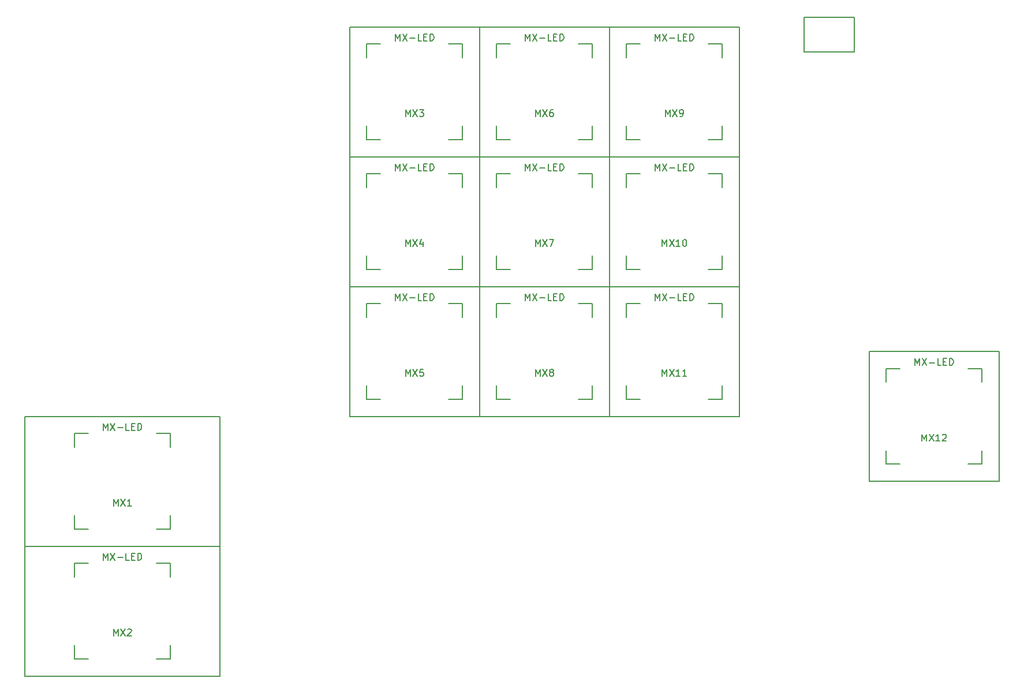
<source format=gbr>
%TF.GenerationSoftware,KiCad,Pcbnew,(5.1.9-0-10_14)*%
%TF.CreationDate,2021-04-13T19:55:37+09:00*%
%TF.ProjectId,IKIDS,494b4944-532e-46b6-9963-61645f706362,rev?*%
%TF.SameCoordinates,Original*%
%TF.FileFunction,OtherDrawing,Comment*%
%FSLAX46Y46*%
G04 Gerber Fmt 4.6, Leading zero omitted, Abs format (unit mm)*
G04 Created by KiCad (PCBNEW (5.1.9-0-10_14)) date 2021-04-13 19:55:37*
%MOMM*%
%LPD*%
G01*
G04 APERTURE LIST*
%ADD10C,0.150000*%
%ADD11C,0.200000*%
G04 APERTURE END LIST*
D10*
%TO.C,MX2*%
X71564500Y-154082750D02*
X71564500Y-135032750D01*
X71564500Y-154082750D02*
X100139500Y-154082750D01*
X100139500Y-135032750D02*
X100139500Y-154082750D01*
X71564500Y-135032750D02*
X100139500Y-135032750D01*
X78852000Y-137557750D02*
X78852000Y-139557750D01*
X80852000Y-137557750D02*
X78852000Y-137557750D01*
X78852000Y-151557750D02*
X80852000Y-151557750D01*
X78852000Y-149557750D02*
X78852000Y-151557750D01*
X92852000Y-151557750D02*
X92852000Y-149557750D01*
X90852000Y-151557750D02*
X92852000Y-151557750D01*
X92852000Y-137557750D02*
X92852000Y-139557750D01*
X90852000Y-137557750D02*
X92852000Y-137557750D01*
%TO.C,MX6*%
X138239500Y-77882750D02*
X138239500Y-58832750D01*
X157289500Y-77882750D02*
X138239500Y-77882750D01*
X157289500Y-58832750D02*
X157289500Y-77882750D01*
X138239500Y-58832750D02*
X157289500Y-58832750D01*
X140764500Y-61357750D02*
X140764500Y-63357750D01*
X142764500Y-61357750D02*
X140764500Y-61357750D01*
X140764500Y-75357750D02*
X142764500Y-75357750D01*
X140764500Y-73357750D02*
X140764500Y-75357750D01*
X154764500Y-75357750D02*
X154764500Y-73357750D01*
X152764500Y-75357750D02*
X154764500Y-75357750D01*
X154764500Y-61357750D02*
X154764500Y-63357750D01*
X152764500Y-61357750D02*
X154764500Y-61357750D01*
%TO.C,MX11*%
X157289500Y-115982750D02*
X157289500Y-96932750D01*
X176339500Y-115982750D02*
X157289500Y-115982750D01*
X176339500Y-96932750D02*
X176339500Y-115982750D01*
X157289500Y-96932750D02*
X176339500Y-96932750D01*
X159814500Y-99457750D02*
X159814500Y-101457750D01*
X161814500Y-99457750D02*
X159814500Y-99457750D01*
X159814500Y-113457750D02*
X161814500Y-113457750D01*
X159814500Y-111457750D02*
X159814500Y-113457750D01*
X173814500Y-113457750D02*
X173814500Y-111457750D01*
X171814500Y-113457750D02*
X173814500Y-113457750D01*
X173814500Y-99457750D02*
X173814500Y-101457750D01*
X171814500Y-99457750D02*
X173814500Y-99457750D01*
%TO.C,MX4*%
X119189500Y-96932750D02*
X119189500Y-77882750D01*
X138239500Y-96932750D02*
X119189500Y-96932750D01*
X138239500Y-77882750D02*
X138239500Y-96932750D01*
X119189500Y-77882750D02*
X138239500Y-77882750D01*
X121714500Y-80407750D02*
X121714500Y-82407750D01*
X123714500Y-80407750D02*
X121714500Y-80407750D01*
X121714500Y-94407750D02*
X123714500Y-94407750D01*
X121714500Y-92407750D02*
X121714500Y-94407750D01*
X135714500Y-94407750D02*
X135714500Y-92407750D01*
X133714500Y-94407750D02*
X135714500Y-94407750D01*
X135714500Y-80407750D02*
X135714500Y-82407750D01*
X133714500Y-80407750D02*
X135714500Y-80407750D01*
%TO.C,MX1*%
X71564500Y-135032750D02*
X71564500Y-115982750D01*
X71564500Y-135032750D02*
X100139500Y-135032750D01*
X100139500Y-115982750D02*
X100139500Y-135032750D01*
X71564500Y-115982750D02*
X100139500Y-115982750D01*
X78852000Y-118507750D02*
X78852000Y-120507750D01*
X80852000Y-118507750D02*
X78852000Y-118507750D01*
X78852000Y-132507750D02*
X80852000Y-132507750D01*
X78852000Y-130507750D02*
X78852000Y-132507750D01*
X92852000Y-132507750D02*
X92852000Y-130507750D01*
X90852000Y-132507750D02*
X92852000Y-132507750D01*
X92852000Y-118507750D02*
X92852000Y-120507750D01*
X90852000Y-118507750D02*
X92852000Y-118507750D01*
D11*
%TO.C,U1*%
X185832750Y-57404000D02*
X185832750Y-62484000D01*
X193198750Y-57404000D02*
X185832750Y-57404000D01*
X193198750Y-62484000D02*
X193198750Y-57404000D01*
X185832750Y-62484000D02*
X193198750Y-62484000D01*
D10*
%TO.C,MX12*%
X195389500Y-125507750D02*
X195389500Y-106457750D01*
X214439500Y-125507750D02*
X195389500Y-125507750D01*
X214439500Y-106457750D02*
X214439500Y-125507750D01*
X195389500Y-106457750D02*
X214439500Y-106457750D01*
X197914500Y-108982750D02*
X197914500Y-110982750D01*
X199914500Y-108982750D02*
X197914500Y-108982750D01*
X197914500Y-122982750D02*
X199914500Y-122982750D01*
X197914500Y-120982750D02*
X197914500Y-122982750D01*
X211914500Y-122982750D02*
X211914500Y-120982750D01*
X209914500Y-122982750D02*
X211914500Y-122982750D01*
X211914500Y-108982750D02*
X211914500Y-110982750D01*
X209914500Y-108982750D02*
X211914500Y-108982750D01*
%TO.C,MX10*%
X157289500Y-96932750D02*
X157289500Y-77882750D01*
X176339500Y-96932750D02*
X157289500Y-96932750D01*
X176339500Y-77882750D02*
X176339500Y-96932750D01*
X157289500Y-77882750D02*
X176339500Y-77882750D01*
X159814500Y-80407750D02*
X159814500Y-82407750D01*
X161814500Y-80407750D02*
X159814500Y-80407750D01*
X159814500Y-94407750D02*
X161814500Y-94407750D01*
X159814500Y-92407750D02*
X159814500Y-94407750D01*
X173814500Y-94407750D02*
X173814500Y-92407750D01*
X171814500Y-94407750D02*
X173814500Y-94407750D01*
X173814500Y-80407750D02*
X173814500Y-82407750D01*
X171814500Y-80407750D02*
X173814500Y-80407750D01*
%TO.C,MX9*%
X157289500Y-77882750D02*
X157289500Y-58832750D01*
X176339500Y-77882750D02*
X157289500Y-77882750D01*
X176339500Y-58832750D02*
X176339500Y-77882750D01*
X157289500Y-58832750D02*
X176339500Y-58832750D01*
X159814500Y-61357750D02*
X159814500Y-63357750D01*
X161814500Y-61357750D02*
X159814500Y-61357750D01*
X159814500Y-75357750D02*
X161814500Y-75357750D01*
X159814500Y-73357750D02*
X159814500Y-75357750D01*
X173814500Y-75357750D02*
X173814500Y-73357750D01*
X171814500Y-75357750D02*
X173814500Y-75357750D01*
X173814500Y-61357750D02*
X173814500Y-63357750D01*
X171814500Y-61357750D02*
X173814500Y-61357750D01*
%TO.C,MX8*%
X138239500Y-115982750D02*
X138239500Y-96932750D01*
X157289500Y-115982750D02*
X138239500Y-115982750D01*
X157289500Y-96932750D02*
X157289500Y-115982750D01*
X138239500Y-96932750D02*
X157289500Y-96932750D01*
X140764500Y-99457750D02*
X140764500Y-101457750D01*
X142764500Y-99457750D02*
X140764500Y-99457750D01*
X140764500Y-113457750D02*
X142764500Y-113457750D01*
X140764500Y-111457750D02*
X140764500Y-113457750D01*
X154764500Y-113457750D02*
X154764500Y-111457750D01*
X152764500Y-113457750D02*
X154764500Y-113457750D01*
X154764500Y-99457750D02*
X154764500Y-101457750D01*
X152764500Y-99457750D02*
X154764500Y-99457750D01*
%TO.C,MX7*%
X138239500Y-96932750D02*
X138239500Y-77882750D01*
X157289500Y-96932750D02*
X138239500Y-96932750D01*
X157289500Y-77882750D02*
X157289500Y-96932750D01*
X138239500Y-77882750D02*
X157289500Y-77882750D01*
X140764500Y-80407750D02*
X140764500Y-82407750D01*
X142764500Y-80407750D02*
X140764500Y-80407750D01*
X140764500Y-94407750D02*
X142764500Y-94407750D01*
X140764500Y-92407750D02*
X140764500Y-94407750D01*
X154764500Y-94407750D02*
X154764500Y-92407750D01*
X152764500Y-94407750D02*
X154764500Y-94407750D01*
X154764500Y-80407750D02*
X154764500Y-82407750D01*
X152764500Y-80407750D02*
X154764500Y-80407750D01*
%TO.C,MX5*%
X133714500Y-99457750D02*
X135714500Y-99457750D01*
X135714500Y-99457750D02*
X135714500Y-101457750D01*
X133714500Y-113457750D02*
X135714500Y-113457750D01*
X135714500Y-113457750D02*
X135714500Y-111457750D01*
X121714500Y-111457750D02*
X121714500Y-113457750D01*
X121714500Y-113457750D02*
X123714500Y-113457750D01*
X123714500Y-99457750D02*
X121714500Y-99457750D01*
X121714500Y-99457750D02*
X121714500Y-101457750D01*
X119189500Y-96932750D02*
X138239500Y-96932750D01*
X138239500Y-96932750D02*
X138239500Y-115982750D01*
X138239500Y-115982750D02*
X119189500Y-115982750D01*
X119189500Y-115982750D02*
X119189500Y-96932750D01*
%TO.C,MX3*%
X119189500Y-77882750D02*
X119189500Y-58832750D01*
X138239500Y-77882750D02*
X119189500Y-77882750D01*
X138239500Y-58832750D02*
X138239500Y-77882750D01*
X119189500Y-58832750D02*
X138239500Y-58832750D01*
X121714500Y-61357750D02*
X121714500Y-63357750D01*
X123714500Y-61357750D02*
X121714500Y-61357750D01*
X121714500Y-75357750D02*
X123714500Y-75357750D01*
X121714500Y-73357750D02*
X121714500Y-75357750D01*
X135714500Y-75357750D02*
X135714500Y-73357750D01*
X133714500Y-75357750D02*
X135714500Y-75357750D01*
X135714500Y-61357750D02*
X135714500Y-63357750D01*
X133714500Y-61357750D02*
X135714500Y-61357750D01*
%TD*%
%TO.C,MX2*%
X84566285Y-148185130D02*
X84566285Y-147185130D01*
X84899619Y-147899416D01*
X85232952Y-147185130D01*
X85232952Y-148185130D01*
X85613904Y-147185130D02*
X86280571Y-148185130D01*
X86280571Y-147185130D02*
X85613904Y-148185130D01*
X86613904Y-147280369D02*
X86661523Y-147232750D01*
X86756761Y-147185130D01*
X86994857Y-147185130D01*
X87090095Y-147232750D01*
X87137714Y-147280369D01*
X87185333Y-147375607D01*
X87185333Y-147470845D01*
X87137714Y-147613702D01*
X86566285Y-148185130D01*
X87185333Y-148185130D01*
X83066285Y-137072630D02*
X83066285Y-136072630D01*
X83399619Y-136786916D01*
X83732952Y-136072630D01*
X83732952Y-137072630D01*
X84113904Y-136072630D02*
X84780571Y-137072630D01*
X84780571Y-136072630D02*
X84113904Y-137072630D01*
X85161523Y-136691678D02*
X85923428Y-136691678D01*
X86875809Y-137072630D02*
X86399619Y-137072630D01*
X86399619Y-136072630D01*
X87209142Y-136548821D02*
X87542476Y-136548821D01*
X87685333Y-137072630D02*
X87209142Y-137072630D01*
X87209142Y-136072630D01*
X87685333Y-136072630D01*
X88113904Y-137072630D02*
X88113904Y-136072630D01*
X88352000Y-136072630D01*
X88494857Y-136120250D01*
X88590095Y-136215488D01*
X88637714Y-136310726D01*
X88685333Y-136501202D01*
X88685333Y-136644059D01*
X88637714Y-136834535D01*
X88590095Y-136929773D01*
X88494857Y-137025011D01*
X88352000Y-137072630D01*
X88113904Y-137072630D01*
%TO.C,MX6*%
X146478785Y-71985130D02*
X146478785Y-70985130D01*
X146812119Y-71699416D01*
X147145452Y-70985130D01*
X147145452Y-71985130D01*
X147526404Y-70985130D02*
X148193071Y-71985130D01*
X148193071Y-70985130D02*
X147526404Y-71985130D01*
X149002595Y-70985130D02*
X148812119Y-70985130D01*
X148716880Y-71032750D01*
X148669261Y-71080369D01*
X148574023Y-71223226D01*
X148526404Y-71413702D01*
X148526404Y-71794654D01*
X148574023Y-71889892D01*
X148621642Y-71937511D01*
X148716880Y-71985130D01*
X148907357Y-71985130D01*
X149002595Y-71937511D01*
X149050214Y-71889892D01*
X149097833Y-71794654D01*
X149097833Y-71556559D01*
X149050214Y-71461321D01*
X149002595Y-71413702D01*
X148907357Y-71366083D01*
X148716880Y-71366083D01*
X148621642Y-71413702D01*
X148574023Y-71461321D01*
X148526404Y-71556559D01*
X144978785Y-60872630D02*
X144978785Y-59872630D01*
X145312119Y-60586916D01*
X145645452Y-59872630D01*
X145645452Y-60872630D01*
X146026404Y-59872630D02*
X146693071Y-60872630D01*
X146693071Y-59872630D02*
X146026404Y-60872630D01*
X147074023Y-60491678D02*
X147835928Y-60491678D01*
X148788309Y-60872630D02*
X148312119Y-60872630D01*
X148312119Y-59872630D01*
X149121642Y-60348821D02*
X149454976Y-60348821D01*
X149597833Y-60872630D02*
X149121642Y-60872630D01*
X149121642Y-59872630D01*
X149597833Y-59872630D01*
X150026404Y-60872630D02*
X150026404Y-59872630D01*
X150264500Y-59872630D01*
X150407357Y-59920250D01*
X150502595Y-60015488D01*
X150550214Y-60110726D01*
X150597833Y-60301202D01*
X150597833Y-60444059D01*
X150550214Y-60634535D01*
X150502595Y-60729773D01*
X150407357Y-60825011D01*
X150264500Y-60872630D01*
X150026404Y-60872630D01*
%TO.C,MX11*%
X165052595Y-110085130D02*
X165052595Y-109085130D01*
X165385928Y-109799416D01*
X165719261Y-109085130D01*
X165719261Y-110085130D01*
X166100214Y-109085130D02*
X166766880Y-110085130D01*
X166766880Y-109085130D02*
X166100214Y-110085130D01*
X167671642Y-110085130D02*
X167100214Y-110085130D01*
X167385928Y-110085130D02*
X167385928Y-109085130D01*
X167290690Y-109227988D01*
X167195452Y-109323226D01*
X167100214Y-109370845D01*
X168624023Y-110085130D02*
X168052595Y-110085130D01*
X168338309Y-110085130D02*
X168338309Y-109085130D01*
X168243071Y-109227988D01*
X168147833Y-109323226D01*
X168052595Y-109370845D01*
X164028785Y-98972630D02*
X164028785Y-97972630D01*
X164362119Y-98686916D01*
X164695452Y-97972630D01*
X164695452Y-98972630D01*
X165076404Y-97972630D02*
X165743071Y-98972630D01*
X165743071Y-97972630D02*
X165076404Y-98972630D01*
X166124023Y-98591678D02*
X166885928Y-98591678D01*
X167838309Y-98972630D02*
X167362119Y-98972630D01*
X167362119Y-97972630D01*
X168171642Y-98448821D02*
X168504976Y-98448821D01*
X168647833Y-98972630D02*
X168171642Y-98972630D01*
X168171642Y-97972630D01*
X168647833Y-97972630D01*
X169076404Y-98972630D02*
X169076404Y-97972630D01*
X169314500Y-97972630D01*
X169457357Y-98020250D01*
X169552595Y-98115488D01*
X169600214Y-98210726D01*
X169647833Y-98401202D01*
X169647833Y-98544059D01*
X169600214Y-98734535D01*
X169552595Y-98829773D01*
X169457357Y-98925011D01*
X169314500Y-98972630D01*
X169076404Y-98972630D01*
%TO.C,MX4*%
X127428785Y-91035130D02*
X127428785Y-90035130D01*
X127762119Y-90749416D01*
X128095452Y-90035130D01*
X128095452Y-91035130D01*
X128476404Y-90035130D02*
X129143071Y-91035130D01*
X129143071Y-90035130D02*
X128476404Y-91035130D01*
X129952595Y-90368464D02*
X129952595Y-91035130D01*
X129714500Y-89987511D02*
X129476404Y-90701797D01*
X130095452Y-90701797D01*
X125928785Y-79922630D02*
X125928785Y-78922630D01*
X126262119Y-79636916D01*
X126595452Y-78922630D01*
X126595452Y-79922630D01*
X126976404Y-78922630D02*
X127643071Y-79922630D01*
X127643071Y-78922630D02*
X126976404Y-79922630D01*
X128024023Y-79541678D02*
X128785928Y-79541678D01*
X129738309Y-79922630D02*
X129262119Y-79922630D01*
X129262119Y-78922630D01*
X130071642Y-79398821D02*
X130404976Y-79398821D01*
X130547833Y-79922630D02*
X130071642Y-79922630D01*
X130071642Y-78922630D01*
X130547833Y-78922630D01*
X130976404Y-79922630D02*
X130976404Y-78922630D01*
X131214500Y-78922630D01*
X131357357Y-78970250D01*
X131452595Y-79065488D01*
X131500214Y-79160726D01*
X131547833Y-79351202D01*
X131547833Y-79494059D01*
X131500214Y-79684535D01*
X131452595Y-79779773D01*
X131357357Y-79875011D01*
X131214500Y-79922630D01*
X130976404Y-79922630D01*
%TO.C,MX1*%
X84566285Y-129135130D02*
X84566285Y-128135130D01*
X84899619Y-128849416D01*
X85232952Y-128135130D01*
X85232952Y-129135130D01*
X85613904Y-128135130D02*
X86280571Y-129135130D01*
X86280571Y-128135130D02*
X85613904Y-129135130D01*
X87185333Y-129135130D02*
X86613904Y-129135130D01*
X86899619Y-129135130D02*
X86899619Y-128135130D01*
X86804380Y-128277988D01*
X86709142Y-128373226D01*
X86613904Y-128420845D01*
X83066285Y-118022630D02*
X83066285Y-117022630D01*
X83399619Y-117736916D01*
X83732952Y-117022630D01*
X83732952Y-118022630D01*
X84113904Y-117022630D02*
X84780571Y-118022630D01*
X84780571Y-117022630D02*
X84113904Y-118022630D01*
X85161523Y-117641678D02*
X85923428Y-117641678D01*
X86875809Y-118022630D02*
X86399619Y-118022630D01*
X86399619Y-117022630D01*
X87209142Y-117498821D02*
X87542476Y-117498821D01*
X87685333Y-118022630D02*
X87209142Y-118022630D01*
X87209142Y-117022630D01*
X87685333Y-117022630D01*
X88113904Y-118022630D02*
X88113904Y-117022630D01*
X88352000Y-117022630D01*
X88494857Y-117070250D01*
X88590095Y-117165488D01*
X88637714Y-117260726D01*
X88685333Y-117451202D01*
X88685333Y-117594059D01*
X88637714Y-117784535D01*
X88590095Y-117879773D01*
X88494857Y-117975011D01*
X88352000Y-118022630D01*
X88113904Y-118022630D01*
%TO.C,MX12*%
X203152595Y-119610130D02*
X203152595Y-118610130D01*
X203485928Y-119324416D01*
X203819261Y-118610130D01*
X203819261Y-119610130D01*
X204200214Y-118610130D02*
X204866880Y-119610130D01*
X204866880Y-118610130D02*
X204200214Y-119610130D01*
X205771642Y-119610130D02*
X205200214Y-119610130D01*
X205485928Y-119610130D02*
X205485928Y-118610130D01*
X205390690Y-118752988D01*
X205295452Y-118848226D01*
X205200214Y-118895845D01*
X206152595Y-118705369D02*
X206200214Y-118657750D01*
X206295452Y-118610130D01*
X206533547Y-118610130D01*
X206628785Y-118657750D01*
X206676404Y-118705369D01*
X206724023Y-118800607D01*
X206724023Y-118895845D01*
X206676404Y-119038702D01*
X206104976Y-119610130D01*
X206724023Y-119610130D01*
X202128785Y-108497630D02*
X202128785Y-107497630D01*
X202462119Y-108211916D01*
X202795452Y-107497630D01*
X202795452Y-108497630D01*
X203176404Y-107497630D02*
X203843071Y-108497630D01*
X203843071Y-107497630D02*
X203176404Y-108497630D01*
X204224023Y-108116678D02*
X204985928Y-108116678D01*
X205938309Y-108497630D02*
X205462119Y-108497630D01*
X205462119Y-107497630D01*
X206271642Y-107973821D02*
X206604976Y-107973821D01*
X206747833Y-108497630D02*
X206271642Y-108497630D01*
X206271642Y-107497630D01*
X206747833Y-107497630D01*
X207176404Y-108497630D02*
X207176404Y-107497630D01*
X207414500Y-107497630D01*
X207557357Y-107545250D01*
X207652595Y-107640488D01*
X207700214Y-107735726D01*
X207747833Y-107926202D01*
X207747833Y-108069059D01*
X207700214Y-108259535D01*
X207652595Y-108354773D01*
X207557357Y-108450011D01*
X207414500Y-108497630D01*
X207176404Y-108497630D01*
%TO.C,MX10*%
X165052595Y-91035130D02*
X165052595Y-90035130D01*
X165385928Y-90749416D01*
X165719261Y-90035130D01*
X165719261Y-91035130D01*
X166100214Y-90035130D02*
X166766880Y-91035130D01*
X166766880Y-90035130D02*
X166100214Y-91035130D01*
X167671642Y-91035130D02*
X167100214Y-91035130D01*
X167385928Y-91035130D02*
X167385928Y-90035130D01*
X167290690Y-90177988D01*
X167195452Y-90273226D01*
X167100214Y-90320845D01*
X168290690Y-90035130D02*
X168385928Y-90035130D01*
X168481166Y-90082750D01*
X168528785Y-90130369D01*
X168576404Y-90225607D01*
X168624023Y-90416083D01*
X168624023Y-90654178D01*
X168576404Y-90844654D01*
X168528785Y-90939892D01*
X168481166Y-90987511D01*
X168385928Y-91035130D01*
X168290690Y-91035130D01*
X168195452Y-90987511D01*
X168147833Y-90939892D01*
X168100214Y-90844654D01*
X168052595Y-90654178D01*
X168052595Y-90416083D01*
X168100214Y-90225607D01*
X168147833Y-90130369D01*
X168195452Y-90082750D01*
X168290690Y-90035130D01*
X164028785Y-79922630D02*
X164028785Y-78922630D01*
X164362119Y-79636916D01*
X164695452Y-78922630D01*
X164695452Y-79922630D01*
X165076404Y-78922630D02*
X165743071Y-79922630D01*
X165743071Y-78922630D02*
X165076404Y-79922630D01*
X166124023Y-79541678D02*
X166885928Y-79541678D01*
X167838309Y-79922630D02*
X167362119Y-79922630D01*
X167362119Y-78922630D01*
X168171642Y-79398821D02*
X168504976Y-79398821D01*
X168647833Y-79922630D02*
X168171642Y-79922630D01*
X168171642Y-78922630D01*
X168647833Y-78922630D01*
X169076404Y-79922630D02*
X169076404Y-78922630D01*
X169314500Y-78922630D01*
X169457357Y-78970250D01*
X169552595Y-79065488D01*
X169600214Y-79160726D01*
X169647833Y-79351202D01*
X169647833Y-79494059D01*
X169600214Y-79684535D01*
X169552595Y-79779773D01*
X169457357Y-79875011D01*
X169314500Y-79922630D01*
X169076404Y-79922630D01*
%TO.C,MX9*%
X165528785Y-71985130D02*
X165528785Y-70985130D01*
X165862119Y-71699416D01*
X166195452Y-70985130D01*
X166195452Y-71985130D01*
X166576404Y-70985130D02*
X167243071Y-71985130D01*
X167243071Y-70985130D02*
X166576404Y-71985130D01*
X167671642Y-71985130D02*
X167862119Y-71985130D01*
X167957357Y-71937511D01*
X168004976Y-71889892D01*
X168100214Y-71747035D01*
X168147833Y-71556559D01*
X168147833Y-71175607D01*
X168100214Y-71080369D01*
X168052595Y-71032750D01*
X167957357Y-70985130D01*
X167766880Y-70985130D01*
X167671642Y-71032750D01*
X167624023Y-71080369D01*
X167576404Y-71175607D01*
X167576404Y-71413702D01*
X167624023Y-71508940D01*
X167671642Y-71556559D01*
X167766880Y-71604178D01*
X167957357Y-71604178D01*
X168052595Y-71556559D01*
X168100214Y-71508940D01*
X168147833Y-71413702D01*
X164028785Y-60872630D02*
X164028785Y-59872630D01*
X164362119Y-60586916D01*
X164695452Y-59872630D01*
X164695452Y-60872630D01*
X165076404Y-59872630D02*
X165743071Y-60872630D01*
X165743071Y-59872630D02*
X165076404Y-60872630D01*
X166124023Y-60491678D02*
X166885928Y-60491678D01*
X167838309Y-60872630D02*
X167362119Y-60872630D01*
X167362119Y-59872630D01*
X168171642Y-60348821D02*
X168504976Y-60348821D01*
X168647833Y-60872630D02*
X168171642Y-60872630D01*
X168171642Y-59872630D01*
X168647833Y-59872630D01*
X169076404Y-60872630D02*
X169076404Y-59872630D01*
X169314500Y-59872630D01*
X169457357Y-59920250D01*
X169552595Y-60015488D01*
X169600214Y-60110726D01*
X169647833Y-60301202D01*
X169647833Y-60444059D01*
X169600214Y-60634535D01*
X169552595Y-60729773D01*
X169457357Y-60825011D01*
X169314500Y-60872630D01*
X169076404Y-60872630D01*
%TO.C,MX8*%
X146478785Y-110085130D02*
X146478785Y-109085130D01*
X146812119Y-109799416D01*
X147145452Y-109085130D01*
X147145452Y-110085130D01*
X147526404Y-109085130D02*
X148193071Y-110085130D01*
X148193071Y-109085130D02*
X147526404Y-110085130D01*
X148716880Y-109513702D02*
X148621642Y-109466083D01*
X148574023Y-109418464D01*
X148526404Y-109323226D01*
X148526404Y-109275607D01*
X148574023Y-109180369D01*
X148621642Y-109132750D01*
X148716880Y-109085130D01*
X148907357Y-109085130D01*
X149002595Y-109132750D01*
X149050214Y-109180369D01*
X149097833Y-109275607D01*
X149097833Y-109323226D01*
X149050214Y-109418464D01*
X149002595Y-109466083D01*
X148907357Y-109513702D01*
X148716880Y-109513702D01*
X148621642Y-109561321D01*
X148574023Y-109608940D01*
X148526404Y-109704178D01*
X148526404Y-109894654D01*
X148574023Y-109989892D01*
X148621642Y-110037511D01*
X148716880Y-110085130D01*
X148907357Y-110085130D01*
X149002595Y-110037511D01*
X149050214Y-109989892D01*
X149097833Y-109894654D01*
X149097833Y-109704178D01*
X149050214Y-109608940D01*
X149002595Y-109561321D01*
X148907357Y-109513702D01*
X144978785Y-98972630D02*
X144978785Y-97972630D01*
X145312119Y-98686916D01*
X145645452Y-97972630D01*
X145645452Y-98972630D01*
X146026404Y-97972630D02*
X146693071Y-98972630D01*
X146693071Y-97972630D02*
X146026404Y-98972630D01*
X147074023Y-98591678D02*
X147835928Y-98591678D01*
X148788309Y-98972630D02*
X148312119Y-98972630D01*
X148312119Y-97972630D01*
X149121642Y-98448821D02*
X149454976Y-98448821D01*
X149597833Y-98972630D02*
X149121642Y-98972630D01*
X149121642Y-97972630D01*
X149597833Y-97972630D01*
X150026404Y-98972630D02*
X150026404Y-97972630D01*
X150264500Y-97972630D01*
X150407357Y-98020250D01*
X150502595Y-98115488D01*
X150550214Y-98210726D01*
X150597833Y-98401202D01*
X150597833Y-98544059D01*
X150550214Y-98734535D01*
X150502595Y-98829773D01*
X150407357Y-98925011D01*
X150264500Y-98972630D01*
X150026404Y-98972630D01*
%TO.C,MX7*%
X146478785Y-91035130D02*
X146478785Y-90035130D01*
X146812119Y-90749416D01*
X147145452Y-90035130D01*
X147145452Y-91035130D01*
X147526404Y-90035130D02*
X148193071Y-91035130D01*
X148193071Y-90035130D02*
X147526404Y-91035130D01*
X148478785Y-90035130D02*
X149145452Y-90035130D01*
X148716880Y-91035130D01*
X144978785Y-79922630D02*
X144978785Y-78922630D01*
X145312119Y-79636916D01*
X145645452Y-78922630D01*
X145645452Y-79922630D01*
X146026404Y-78922630D02*
X146693071Y-79922630D01*
X146693071Y-78922630D02*
X146026404Y-79922630D01*
X147074023Y-79541678D02*
X147835928Y-79541678D01*
X148788309Y-79922630D02*
X148312119Y-79922630D01*
X148312119Y-78922630D01*
X149121642Y-79398821D02*
X149454976Y-79398821D01*
X149597833Y-79922630D02*
X149121642Y-79922630D01*
X149121642Y-78922630D01*
X149597833Y-78922630D01*
X150026404Y-79922630D02*
X150026404Y-78922630D01*
X150264500Y-78922630D01*
X150407357Y-78970250D01*
X150502595Y-79065488D01*
X150550214Y-79160726D01*
X150597833Y-79351202D01*
X150597833Y-79494059D01*
X150550214Y-79684535D01*
X150502595Y-79779773D01*
X150407357Y-79875011D01*
X150264500Y-79922630D01*
X150026404Y-79922630D01*
%TO.C,MX5*%
X127428785Y-110085130D02*
X127428785Y-109085130D01*
X127762119Y-109799416D01*
X128095452Y-109085130D01*
X128095452Y-110085130D01*
X128476404Y-109085130D02*
X129143071Y-110085130D01*
X129143071Y-109085130D02*
X128476404Y-110085130D01*
X130000214Y-109085130D02*
X129524023Y-109085130D01*
X129476404Y-109561321D01*
X129524023Y-109513702D01*
X129619261Y-109466083D01*
X129857357Y-109466083D01*
X129952595Y-109513702D01*
X130000214Y-109561321D01*
X130047833Y-109656559D01*
X130047833Y-109894654D01*
X130000214Y-109989892D01*
X129952595Y-110037511D01*
X129857357Y-110085130D01*
X129619261Y-110085130D01*
X129524023Y-110037511D01*
X129476404Y-109989892D01*
X125928785Y-98972630D02*
X125928785Y-97972630D01*
X126262119Y-98686916D01*
X126595452Y-97972630D01*
X126595452Y-98972630D01*
X126976404Y-97972630D02*
X127643071Y-98972630D01*
X127643071Y-97972630D02*
X126976404Y-98972630D01*
X128024023Y-98591678D02*
X128785928Y-98591678D01*
X129738309Y-98972630D02*
X129262119Y-98972630D01*
X129262119Y-97972630D01*
X130071642Y-98448821D02*
X130404976Y-98448821D01*
X130547833Y-98972630D02*
X130071642Y-98972630D01*
X130071642Y-97972630D01*
X130547833Y-97972630D01*
X130976404Y-98972630D02*
X130976404Y-97972630D01*
X131214500Y-97972630D01*
X131357357Y-98020250D01*
X131452595Y-98115488D01*
X131500214Y-98210726D01*
X131547833Y-98401202D01*
X131547833Y-98544059D01*
X131500214Y-98734535D01*
X131452595Y-98829773D01*
X131357357Y-98925011D01*
X131214500Y-98972630D01*
X130976404Y-98972630D01*
%TO.C,MX3*%
X127428785Y-71985130D02*
X127428785Y-70985130D01*
X127762119Y-71699416D01*
X128095452Y-70985130D01*
X128095452Y-71985130D01*
X128476404Y-70985130D02*
X129143071Y-71985130D01*
X129143071Y-70985130D02*
X128476404Y-71985130D01*
X129428785Y-70985130D02*
X130047833Y-70985130D01*
X129714500Y-71366083D01*
X129857357Y-71366083D01*
X129952595Y-71413702D01*
X130000214Y-71461321D01*
X130047833Y-71556559D01*
X130047833Y-71794654D01*
X130000214Y-71889892D01*
X129952595Y-71937511D01*
X129857357Y-71985130D01*
X129571642Y-71985130D01*
X129476404Y-71937511D01*
X129428785Y-71889892D01*
X125928785Y-60872630D02*
X125928785Y-59872630D01*
X126262119Y-60586916D01*
X126595452Y-59872630D01*
X126595452Y-60872630D01*
X126976404Y-59872630D02*
X127643071Y-60872630D01*
X127643071Y-59872630D02*
X126976404Y-60872630D01*
X128024023Y-60491678D02*
X128785928Y-60491678D01*
X129738309Y-60872630D02*
X129262119Y-60872630D01*
X129262119Y-59872630D01*
X130071642Y-60348821D02*
X130404976Y-60348821D01*
X130547833Y-60872630D02*
X130071642Y-60872630D01*
X130071642Y-59872630D01*
X130547833Y-59872630D01*
X130976404Y-60872630D02*
X130976404Y-59872630D01*
X131214500Y-59872630D01*
X131357357Y-59920250D01*
X131452595Y-60015488D01*
X131500214Y-60110726D01*
X131547833Y-60301202D01*
X131547833Y-60444059D01*
X131500214Y-60634535D01*
X131452595Y-60729773D01*
X131357357Y-60825011D01*
X131214500Y-60872630D01*
X130976404Y-60872630D01*
%TD*%
M02*

</source>
